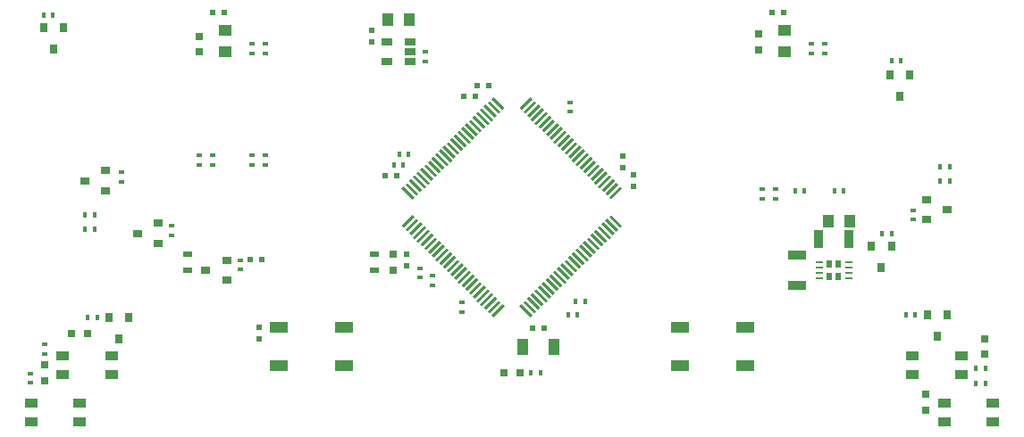
<source format=gbr>
G04 #@! TF.FileFunction,Paste,Bot*
%FSLAX46Y46*%
G04 Gerber Fmt 4.6, Leading zero omitted, Abs format (unit mm)*
G04 Created by KiCad (PCBNEW 4.0.7-e2-6376~58~ubuntu16.04.1) date Sun Apr 22 15:37:14 2018*
%MOMM*%
%LPD*%
G01*
G04 APERTURE LIST*
%ADD10C,0.100000*%
%ADD11R,0.900000X1.700000*%
%ADD12R,1.060000X0.650000*%
%ADD13R,0.700000X0.250000*%
%ADD14R,0.498000X0.714000*%
%ADD15R,1.700000X0.900000*%
%ADD16R,1.000000X1.250000*%
%ADD17R,0.600000X0.500000*%
%ADD18R,0.500000X0.600000*%
%ADD19R,1.250000X1.000000*%
%ADD20R,0.750000X0.800000*%
%ADD21R,1.000000X1.600000*%
%ADD22R,0.800000X0.750000*%
%ADD23R,0.900000X0.500000*%
%ADD24R,0.900000X0.800000*%
%ADD25R,0.800000X0.900000*%
%ADD26R,0.600000X0.400000*%
%ADD27R,0.400000X0.600000*%
%ADD28R,1.800000X1.100000*%
%ADD29R,0.800000X0.800000*%
%ADD30R,1.300480X0.899160*%
G04 APERTURE END LIST*
D10*
D11*
X78950000Y18750000D03*
X76050000Y18750000D03*
D12*
X37350000Y37450000D03*
X37350000Y36500000D03*
X37350000Y35550000D03*
X35150000Y35550000D03*
X35150000Y37450000D03*
D10*
G36*
X45225162Y11291891D02*
X45027172Y11489881D01*
X46087832Y12550541D01*
X46285822Y12352551D01*
X45225162Y11291891D01*
X45225162Y11291891D01*
G37*
G36*
X44871609Y11645444D02*
X44673619Y11843434D01*
X45734279Y12904094D01*
X45932269Y12706104D01*
X44871609Y11645444D01*
X44871609Y11645444D01*
G37*
G36*
X44518055Y11998998D02*
X44320065Y12196988D01*
X45380725Y13257648D01*
X45578715Y13059658D01*
X44518055Y11998998D01*
X44518055Y11998998D01*
G37*
G36*
X44164502Y12352551D02*
X43966512Y12550541D01*
X45027172Y13611201D01*
X45225162Y13413211D01*
X44164502Y12352551D01*
X44164502Y12352551D01*
G37*
G36*
X43810949Y12706104D02*
X43612959Y12904094D01*
X44673619Y13964754D01*
X44871609Y13766764D01*
X43810949Y12706104D01*
X43810949Y12706104D01*
G37*
G36*
X43457395Y13059658D02*
X43259405Y13257648D01*
X44320065Y14318308D01*
X44518055Y14120318D01*
X43457395Y13059658D01*
X43457395Y13059658D01*
G37*
G36*
X43103842Y13413211D02*
X42905852Y13611201D01*
X43966512Y14671861D01*
X44164502Y14473871D01*
X43103842Y13413211D01*
X43103842Y13413211D01*
G37*
G36*
X42750288Y13766764D02*
X42552298Y13964754D01*
X43612958Y15025414D01*
X43810948Y14827424D01*
X42750288Y13766764D01*
X42750288Y13766764D01*
G37*
G36*
X42396735Y14120318D02*
X42198745Y14318308D01*
X43259405Y15378968D01*
X43457395Y15180978D01*
X42396735Y14120318D01*
X42396735Y14120318D01*
G37*
G36*
X42043182Y14473871D02*
X41845192Y14671861D01*
X42905852Y15732521D01*
X43103842Y15534531D01*
X42043182Y14473871D01*
X42043182Y14473871D01*
G37*
G36*
X41689628Y14827425D02*
X41491638Y15025415D01*
X42552298Y16086075D01*
X42750288Y15888085D01*
X41689628Y14827425D01*
X41689628Y14827425D01*
G37*
G36*
X41336075Y15180978D02*
X41138085Y15378968D01*
X42198745Y16439628D01*
X42396735Y16241638D01*
X41336075Y15180978D01*
X41336075Y15180978D01*
G37*
G36*
X40982521Y15534531D02*
X40784531Y15732521D01*
X41845191Y16793181D01*
X42043181Y16595191D01*
X40982521Y15534531D01*
X40982521Y15534531D01*
G37*
G36*
X40628968Y15888085D02*
X40430978Y16086075D01*
X41491638Y17146735D01*
X41689628Y16948745D01*
X40628968Y15888085D01*
X40628968Y15888085D01*
G37*
G36*
X40275415Y16241638D02*
X40077425Y16439628D01*
X41138085Y17500288D01*
X41336075Y17302298D01*
X40275415Y16241638D01*
X40275415Y16241638D01*
G37*
G36*
X39921861Y16595192D02*
X39723871Y16793182D01*
X40784531Y17853842D01*
X40982521Y17655852D01*
X39921861Y16595192D01*
X39921861Y16595192D01*
G37*
G36*
X39568308Y16948745D02*
X39370318Y17146735D01*
X40430978Y18207395D01*
X40628968Y18009405D01*
X39568308Y16948745D01*
X39568308Y16948745D01*
G37*
G36*
X39214754Y17302298D02*
X39016764Y17500288D01*
X40077424Y18560948D01*
X40275414Y18362958D01*
X39214754Y17302298D01*
X39214754Y17302298D01*
G37*
G36*
X38861201Y17655852D02*
X38663211Y17853842D01*
X39723871Y18914502D01*
X39921861Y18716512D01*
X38861201Y17655852D01*
X38861201Y17655852D01*
G37*
G36*
X38507648Y18009405D02*
X38309658Y18207395D01*
X39370318Y19268055D01*
X39568308Y19070065D01*
X38507648Y18009405D01*
X38507648Y18009405D01*
G37*
G36*
X38154094Y18362959D02*
X37956104Y18560949D01*
X39016764Y19621609D01*
X39214754Y19423619D01*
X38154094Y18362959D01*
X38154094Y18362959D01*
G37*
G36*
X37800541Y18716512D02*
X37602551Y18914502D01*
X38663211Y19975162D01*
X38861201Y19777172D01*
X37800541Y18716512D01*
X37800541Y18716512D01*
G37*
G36*
X37446988Y19070065D02*
X37248998Y19268055D01*
X38309658Y20328715D01*
X38507648Y20130725D01*
X37446988Y19070065D01*
X37446988Y19070065D01*
G37*
G36*
X37093434Y19423619D02*
X36895444Y19621609D01*
X37956104Y20682269D01*
X38154094Y20484279D01*
X37093434Y19423619D01*
X37093434Y19423619D01*
G37*
G36*
X36739881Y19777172D02*
X36541891Y19975162D01*
X37602551Y21035822D01*
X37800541Y20837832D01*
X36739881Y19777172D01*
X36739881Y19777172D01*
G37*
G36*
X36541891Y23524838D02*
X36739881Y23722828D01*
X37800541Y22662168D01*
X37602551Y22464178D01*
X36541891Y23524838D01*
X36541891Y23524838D01*
G37*
G36*
X36895444Y23878391D02*
X37093434Y24076381D01*
X38154094Y23015721D01*
X37956104Y22817731D01*
X36895444Y23878391D01*
X36895444Y23878391D01*
G37*
G36*
X37248998Y24231945D02*
X37446988Y24429935D01*
X38507648Y23369275D01*
X38309658Y23171285D01*
X37248998Y24231945D01*
X37248998Y24231945D01*
G37*
G36*
X37602551Y24585498D02*
X37800541Y24783488D01*
X38861201Y23722828D01*
X38663211Y23524838D01*
X37602551Y24585498D01*
X37602551Y24585498D01*
G37*
G36*
X37956104Y24939051D02*
X38154094Y25137041D01*
X39214754Y24076381D01*
X39016764Y23878391D01*
X37956104Y24939051D01*
X37956104Y24939051D01*
G37*
G36*
X38309658Y25292605D02*
X38507648Y25490595D01*
X39568308Y24429935D01*
X39370318Y24231945D01*
X38309658Y25292605D01*
X38309658Y25292605D01*
G37*
G36*
X38663211Y25646158D02*
X38861201Y25844148D01*
X39921861Y24783488D01*
X39723871Y24585498D01*
X38663211Y25646158D01*
X38663211Y25646158D01*
G37*
G36*
X39016764Y25999712D02*
X39214754Y26197702D01*
X40275414Y25137042D01*
X40077424Y24939052D01*
X39016764Y25999712D01*
X39016764Y25999712D01*
G37*
G36*
X39370318Y26353265D02*
X39568308Y26551255D01*
X40628968Y25490595D01*
X40430978Y25292605D01*
X39370318Y26353265D01*
X39370318Y26353265D01*
G37*
G36*
X39723871Y26706818D02*
X39921861Y26904808D01*
X40982521Y25844148D01*
X40784531Y25646158D01*
X39723871Y26706818D01*
X39723871Y26706818D01*
G37*
G36*
X40077425Y27060372D02*
X40275415Y27258362D01*
X41336075Y26197702D01*
X41138085Y25999712D01*
X40077425Y27060372D01*
X40077425Y27060372D01*
G37*
G36*
X40430978Y27413925D02*
X40628968Y27611915D01*
X41689628Y26551255D01*
X41491638Y26353265D01*
X40430978Y27413925D01*
X40430978Y27413925D01*
G37*
G36*
X40784531Y27767479D02*
X40982521Y27965469D01*
X42043181Y26904809D01*
X41845191Y26706819D01*
X40784531Y27767479D01*
X40784531Y27767479D01*
G37*
G36*
X41138085Y28121032D02*
X41336075Y28319022D01*
X42396735Y27258362D01*
X42198745Y27060372D01*
X41138085Y28121032D01*
X41138085Y28121032D01*
G37*
G36*
X41491638Y28474585D02*
X41689628Y28672575D01*
X42750288Y27611915D01*
X42552298Y27413925D01*
X41491638Y28474585D01*
X41491638Y28474585D01*
G37*
G36*
X41845192Y28828139D02*
X42043182Y29026129D01*
X43103842Y27965469D01*
X42905852Y27767479D01*
X41845192Y28828139D01*
X41845192Y28828139D01*
G37*
G36*
X42198745Y29181692D02*
X42396735Y29379682D01*
X43457395Y28319022D01*
X43259405Y28121032D01*
X42198745Y29181692D01*
X42198745Y29181692D01*
G37*
G36*
X42552298Y29535246D02*
X42750288Y29733236D01*
X43810948Y28672576D01*
X43612958Y28474586D01*
X42552298Y29535246D01*
X42552298Y29535246D01*
G37*
G36*
X42905852Y29888799D02*
X43103842Y30086789D01*
X44164502Y29026129D01*
X43966512Y28828139D01*
X42905852Y29888799D01*
X42905852Y29888799D01*
G37*
G36*
X43259405Y30242352D02*
X43457395Y30440342D01*
X44518055Y29379682D01*
X44320065Y29181692D01*
X43259405Y30242352D01*
X43259405Y30242352D01*
G37*
G36*
X43612959Y30595906D02*
X43810949Y30793896D01*
X44871609Y29733236D01*
X44673619Y29535246D01*
X43612959Y30595906D01*
X43612959Y30595906D01*
G37*
G36*
X43966512Y30949459D02*
X44164502Y31147449D01*
X45225162Y30086789D01*
X45027172Y29888799D01*
X43966512Y30949459D01*
X43966512Y30949459D01*
G37*
G36*
X44320065Y31303012D02*
X44518055Y31501002D01*
X45578715Y30440342D01*
X45380725Y30242352D01*
X44320065Y31303012D01*
X44320065Y31303012D01*
G37*
G36*
X44673619Y31656566D02*
X44871609Y31854556D01*
X45932269Y30793896D01*
X45734279Y30595906D01*
X44673619Y31656566D01*
X44673619Y31656566D01*
G37*
G36*
X45027172Y32010119D02*
X45225162Y32208109D01*
X46285822Y31147449D01*
X46087832Y30949459D01*
X45027172Y32010119D01*
X45027172Y32010119D01*
G37*
G36*
X47912168Y30949459D02*
X47714178Y31147449D01*
X48774838Y32208109D01*
X48972828Y32010119D01*
X47912168Y30949459D01*
X47912168Y30949459D01*
G37*
G36*
X48265721Y30595906D02*
X48067731Y30793896D01*
X49128391Y31854556D01*
X49326381Y31656566D01*
X48265721Y30595906D01*
X48265721Y30595906D01*
G37*
G36*
X48619275Y30242352D02*
X48421285Y30440342D01*
X49481945Y31501002D01*
X49679935Y31303012D01*
X48619275Y30242352D01*
X48619275Y30242352D01*
G37*
G36*
X48972828Y29888799D02*
X48774838Y30086789D01*
X49835498Y31147449D01*
X50033488Y30949459D01*
X48972828Y29888799D01*
X48972828Y29888799D01*
G37*
G36*
X49326381Y29535246D02*
X49128391Y29733236D01*
X50189051Y30793896D01*
X50387041Y30595906D01*
X49326381Y29535246D01*
X49326381Y29535246D01*
G37*
G36*
X49679935Y29181692D02*
X49481945Y29379682D01*
X50542605Y30440342D01*
X50740595Y30242352D01*
X49679935Y29181692D01*
X49679935Y29181692D01*
G37*
G36*
X50033488Y28828139D02*
X49835498Y29026129D01*
X50896158Y30086789D01*
X51094148Y29888799D01*
X50033488Y28828139D01*
X50033488Y28828139D01*
G37*
G36*
X50387042Y28474586D02*
X50189052Y28672576D01*
X51249712Y29733236D01*
X51447702Y29535246D01*
X50387042Y28474586D01*
X50387042Y28474586D01*
G37*
G36*
X50740595Y28121032D02*
X50542605Y28319022D01*
X51603265Y29379682D01*
X51801255Y29181692D01*
X50740595Y28121032D01*
X50740595Y28121032D01*
G37*
G36*
X51094148Y27767479D02*
X50896158Y27965469D01*
X51956818Y29026129D01*
X52154808Y28828139D01*
X51094148Y27767479D01*
X51094148Y27767479D01*
G37*
G36*
X51447702Y27413925D02*
X51249712Y27611915D01*
X52310372Y28672575D01*
X52508362Y28474585D01*
X51447702Y27413925D01*
X51447702Y27413925D01*
G37*
G36*
X51801255Y27060372D02*
X51603265Y27258362D01*
X52663925Y28319022D01*
X52861915Y28121032D01*
X51801255Y27060372D01*
X51801255Y27060372D01*
G37*
G36*
X52154809Y26706819D02*
X51956819Y26904809D01*
X53017479Y27965469D01*
X53215469Y27767479D01*
X52154809Y26706819D01*
X52154809Y26706819D01*
G37*
G36*
X52508362Y26353265D02*
X52310372Y26551255D01*
X53371032Y27611915D01*
X53569022Y27413925D01*
X52508362Y26353265D01*
X52508362Y26353265D01*
G37*
G36*
X52861915Y25999712D02*
X52663925Y26197702D01*
X53724585Y27258362D01*
X53922575Y27060372D01*
X52861915Y25999712D01*
X52861915Y25999712D01*
G37*
G36*
X53215469Y25646158D02*
X53017479Y25844148D01*
X54078139Y26904808D01*
X54276129Y26706818D01*
X53215469Y25646158D01*
X53215469Y25646158D01*
G37*
G36*
X53569022Y25292605D02*
X53371032Y25490595D01*
X54431692Y26551255D01*
X54629682Y26353265D01*
X53569022Y25292605D01*
X53569022Y25292605D01*
G37*
G36*
X53922576Y24939052D02*
X53724586Y25137042D01*
X54785246Y26197702D01*
X54983236Y25999712D01*
X53922576Y24939052D01*
X53922576Y24939052D01*
G37*
G36*
X54276129Y24585498D02*
X54078139Y24783488D01*
X55138799Y25844148D01*
X55336789Y25646158D01*
X54276129Y24585498D01*
X54276129Y24585498D01*
G37*
G36*
X54629682Y24231945D02*
X54431692Y24429935D01*
X55492352Y25490595D01*
X55690342Y25292605D01*
X54629682Y24231945D01*
X54629682Y24231945D01*
G37*
G36*
X54983236Y23878391D02*
X54785246Y24076381D01*
X55845906Y25137041D01*
X56043896Y24939051D01*
X54983236Y23878391D01*
X54983236Y23878391D01*
G37*
G36*
X55336789Y23524838D02*
X55138799Y23722828D01*
X56199459Y24783488D01*
X56397449Y24585498D01*
X55336789Y23524838D01*
X55336789Y23524838D01*
G37*
G36*
X55690342Y23171285D02*
X55492352Y23369275D01*
X56553012Y24429935D01*
X56751002Y24231945D01*
X55690342Y23171285D01*
X55690342Y23171285D01*
G37*
G36*
X56043896Y22817731D02*
X55845906Y23015721D01*
X56906566Y24076381D01*
X57104556Y23878391D01*
X56043896Y22817731D01*
X56043896Y22817731D01*
G37*
G36*
X56397449Y22464178D02*
X56199459Y22662168D01*
X57260119Y23722828D01*
X57458109Y23524838D01*
X56397449Y22464178D01*
X56397449Y22464178D01*
G37*
G36*
X56199459Y20837832D02*
X56397449Y21035822D01*
X57458109Y19975162D01*
X57260119Y19777172D01*
X56199459Y20837832D01*
X56199459Y20837832D01*
G37*
G36*
X55845906Y20484279D02*
X56043896Y20682269D01*
X57104556Y19621609D01*
X56906566Y19423619D01*
X55845906Y20484279D01*
X55845906Y20484279D01*
G37*
G36*
X55492352Y20130725D02*
X55690342Y20328715D01*
X56751002Y19268055D01*
X56553012Y19070065D01*
X55492352Y20130725D01*
X55492352Y20130725D01*
G37*
G36*
X55138799Y19777172D02*
X55336789Y19975162D01*
X56397449Y18914502D01*
X56199459Y18716512D01*
X55138799Y19777172D01*
X55138799Y19777172D01*
G37*
G36*
X54785246Y19423619D02*
X54983236Y19621609D01*
X56043896Y18560949D01*
X55845906Y18362959D01*
X54785246Y19423619D01*
X54785246Y19423619D01*
G37*
G36*
X54431692Y19070065D02*
X54629682Y19268055D01*
X55690342Y18207395D01*
X55492352Y18009405D01*
X54431692Y19070065D01*
X54431692Y19070065D01*
G37*
G36*
X54078139Y18716512D02*
X54276129Y18914502D01*
X55336789Y17853842D01*
X55138799Y17655852D01*
X54078139Y18716512D01*
X54078139Y18716512D01*
G37*
G36*
X53724586Y18362958D02*
X53922576Y18560948D01*
X54983236Y17500288D01*
X54785246Y17302298D01*
X53724586Y18362958D01*
X53724586Y18362958D01*
G37*
G36*
X53371032Y18009405D02*
X53569022Y18207395D01*
X54629682Y17146735D01*
X54431692Y16948745D01*
X53371032Y18009405D01*
X53371032Y18009405D01*
G37*
G36*
X53017479Y17655852D02*
X53215469Y17853842D01*
X54276129Y16793182D01*
X54078139Y16595192D01*
X53017479Y17655852D01*
X53017479Y17655852D01*
G37*
G36*
X52663925Y17302298D02*
X52861915Y17500288D01*
X53922575Y16439628D01*
X53724585Y16241638D01*
X52663925Y17302298D01*
X52663925Y17302298D01*
G37*
G36*
X52310372Y16948745D02*
X52508362Y17146735D01*
X53569022Y16086075D01*
X53371032Y15888085D01*
X52310372Y16948745D01*
X52310372Y16948745D01*
G37*
G36*
X51956819Y16595191D02*
X52154809Y16793181D01*
X53215469Y15732521D01*
X53017479Y15534531D01*
X51956819Y16595191D01*
X51956819Y16595191D01*
G37*
G36*
X51603265Y16241638D02*
X51801255Y16439628D01*
X52861915Y15378968D01*
X52663925Y15180978D01*
X51603265Y16241638D01*
X51603265Y16241638D01*
G37*
G36*
X51249712Y15888085D02*
X51447702Y16086075D01*
X52508362Y15025415D01*
X52310372Y14827425D01*
X51249712Y15888085D01*
X51249712Y15888085D01*
G37*
G36*
X50896158Y15534531D02*
X51094148Y15732521D01*
X52154808Y14671861D01*
X51956818Y14473871D01*
X50896158Y15534531D01*
X50896158Y15534531D01*
G37*
G36*
X50542605Y15180978D02*
X50740595Y15378968D01*
X51801255Y14318308D01*
X51603265Y14120318D01*
X50542605Y15180978D01*
X50542605Y15180978D01*
G37*
G36*
X50189052Y14827424D02*
X50387042Y15025414D01*
X51447702Y13964754D01*
X51249712Y13766764D01*
X50189052Y14827424D01*
X50189052Y14827424D01*
G37*
G36*
X49835498Y14473871D02*
X50033488Y14671861D01*
X51094148Y13611201D01*
X50896158Y13413211D01*
X49835498Y14473871D01*
X49835498Y14473871D01*
G37*
G36*
X49481945Y14120318D02*
X49679935Y14318308D01*
X50740595Y13257648D01*
X50542605Y13059658D01*
X49481945Y14120318D01*
X49481945Y14120318D01*
G37*
G36*
X49128391Y13766764D02*
X49326381Y13964754D01*
X50387041Y12904094D01*
X50189051Y12706104D01*
X49128391Y13766764D01*
X49128391Y13766764D01*
G37*
G36*
X48774838Y13413211D02*
X48972828Y13611201D01*
X50033488Y12550541D01*
X49835498Y12352551D01*
X48774838Y13413211D01*
X48774838Y13413211D01*
G37*
G36*
X48421285Y13059658D02*
X48619275Y13257648D01*
X49679935Y12196988D01*
X49481945Y11998998D01*
X48421285Y13059658D01*
X48421285Y13059658D01*
G37*
G36*
X48067731Y12706104D02*
X48265721Y12904094D01*
X49326381Y11843434D01*
X49128391Y11645444D01*
X48067731Y12706104D01*
X48067731Y12706104D01*
G37*
G36*
X47714178Y12352551D02*
X47912168Y12550541D01*
X48972828Y11489881D01*
X48774838Y11291891D01*
X47714178Y12352551D01*
X47714178Y12352551D01*
G37*
D13*
X78900000Y16500000D03*
X78900000Y16000000D03*
X78900000Y15500000D03*
X78900000Y15000000D03*
X76100000Y15000000D03*
X76100000Y15500000D03*
X76100000Y16000000D03*
X76100000Y16500000D03*
D14*
X77085000Y15155000D03*
X77085000Y16345000D03*
X77915000Y15155000D03*
X77915000Y16345000D03*
D15*
X74000000Y17200000D03*
X74000000Y14300000D03*
D16*
X35250000Y39500000D03*
X37250000Y39500000D03*
D17*
X18650000Y40200000D03*
X19750000Y40200000D03*
X71650000Y40200000D03*
X72750000Y40200000D03*
D18*
X33750000Y37450000D03*
X33750000Y38550000D03*
D19*
X19800000Y36500000D03*
X19800000Y38500000D03*
X72800000Y36500000D03*
X72800000Y38500000D03*
D16*
X79000000Y20400000D03*
X77000000Y20400000D03*
D20*
X17400000Y37950000D03*
X17400000Y36450000D03*
X70400000Y38150000D03*
X70400000Y36650000D03*
D17*
X23300000Y16750000D03*
X22200000Y16750000D03*
D20*
X35750000Y15750000D03*
X35750000Y17250000D03*
D18*
X37000000Y16200000D03*
X37000000Y17300000D03*
D21*
X51000000Y8500000D03*
X48000000Y8500000D03*
D17*
X42450000Y32250000D03*
X43550000Y32250000D03*
D18*
X57500000Y26550000D03*
X57500000Y25450000D03*
D20*
X2750000Y5250000D03*
X2750000Y6750000D03*
D22*
X6750000Y9750000D03*
X5250000Y9750000D03*
D20*
X86200000Y2450000D03*
X86200000Y3950000D03*
X91750000Y9250000D03*
X91750000Y7750000D03*
D18*
X23050000Y10350000D03*
X23050000Y9250000D03*
D23*
X34000000Y15750000D03*
X34000000Y17250000D03*
D24*
X20000000Y16700000D03*
X20000000Y14800000D03*
X18000000Y15750000D03*
X13500000Y20200000D03*
X13500000Y18300000D03*
X11500000Y19250000D03*
D25*
X2600000Y38750000D03*
X4500000Y38750000D03*
X3550000Y36750000D03*
D24*
X8500000Y25200000D03*
X8500000Y23300000D03*
X6500000Y24250000D03*
D25*
X81050000Y18000000D03*
X82950000Y18000000D03*
X82000000Y16000000D03*
X82800000Y34250000D03*
X84700000Y34250000D03*
X83750000Y32250000D03*
D24*
X86250000Y20550000D03*
X86250000Y22450000D03*
X88250000Y21500000D03*
D25*
X8800000Y11250000D03*
X10700000Y11250000D03*
X9750000Y9250000D03*
X86350000Y11500000D03*
X88250000Y11500000D03*
X87300000Y9500000D03*
D26*
X22400000Y26650000D03*
X22400000Y25750000D03*
D27*
X73800000Y23250000D03*
X74700000Y23250000D03*
D26*
X18600000Y26650000D03*
X18600000Y25750000D03*
X72000000Y22550000D03*
X72000000Y23450000D03*
X22400000Y36350000D03*
X22400000Y37250000D03*
X75400000Y36350000D03*
X75400000Y37250000D03*
D27*
X53200000Y11550000D03*
X52300000Y11550000D03*
D26*
X38750000Y36450000D03*
X38750000Y35550000D03*
X23600000Y26650000D03*
X23600000Y25750000D03*
D27*
X78450000Y23250000D03*
X77550000Y23250000D03*
X53950000Y12750000D03*
X53050000Y12750000D03*
D26*
X17400000Y26650000D03*
X17400000Y25750000D03*
X70750000Y22550000D03*
X70750000Y23450000D03*
X52500000Y31700000D03*
X52500000Y30800000D03*
X23600000Y36350000D03*
X23600000Y37250000D03*
X76600000Y36350000D03*
X76600000Y37250000D03*
X42250000Y11800000D03*
X42250000Y12700000D03*
X21250000Y15800000D03*
X21250000Y16700000D03*
D23*
X16250000Y15750000D03*
X16250000Y17250000D03*
D26*
X14750000Y19050000D03*
X14750000Y19950000D03*
D27*
X3500000Y40000000D03*
X2600000Y40000000D03*
D26*
X10000000Y24150000D03*
X10000000Y25050000D03*
D27*
X82950000Y19250000D03*
X82050000Y19250000D03*
X83850000Y35600000D03*
X82950000Y35600000D03*
D26*
X85000000Y21450000D03*
X85000000Y20550000D03*
D27*
X6800000Y11250000D03*
X7700000Y11250000D03*
X84300000Y11500000D03*
X85200000Y11500000D03*
D26*
X1400000Y5950000D03*
X1400000Y5050000D03*
X2750000Y7800000D03*
X2750000Y8700000D03*
D27*
X91850000Y5000000D03*
X90950000Y5000000D03*
X91850000Y6400000D03*
X90950000Y6400000D03*
D26*
X39500000Y14300000D03*
X39500000Y15200000D03*
X38250000Y15050000D03*
X38250000Y15950000D03*
D27*
X35800000Y25750000D03*
X36700000Y25750000D03*
X36300000Y26750000D03*
X37200000Y26750000D03*
X6550000Y19600000D03*
X7450000Y19600000D03*
X7450000Y21000000D03*
X6550000Y21000000D03*
X88450000Y25600000D03*
X87550000Y25600000D03*
X87550000Y24200000D03*
X88450000Y24200000D03*
D28*
X69100000Y10350000D03*
X62900000Y10350000D03*
X69100000Y6650000D03*
X62900000Y6650000D03*
X24900000Y6650000D03*
X31100000Y6650000D03*
X24900000Y10350000D03*
X31100000Y10350000D03*
D17*
X43700000Y33250000D03*
X44800000Y33250000D03*
X50050000Y10250000D03*
X48950000Y10250000D03*
D18*
X58500000Y24800000D03*
X58500000Y23700000D03*
D17*
X34950000Y24750000D03*
X36050000Y24750000D03*
D29*
X47800000Y6000000D03*
X46200000Y6000000D03*
D27*
X49700000Y6000000D03*
X48800000Y6000000D03*
D30*
X89551240Y5850840D03*
X84948760Y5850840D03*
X84948760Y7649160D03*
X89551240Y7649160D03*
X87948760Y3149160D03*
X92551240Y3149160D03*
X92551240Y1350840D03*
X87948760Y1350840D03*
X4448760Y7649160D03*
X9051240Y7649160D03*
X9051240Y5850840D03*
X4448760Y5850840D03*
X1448760Y3149160D03*
X6051240Y3149160D03*
X6051240Y1350840D03*
X1448760Y1350840D03*
M02*

</source>
